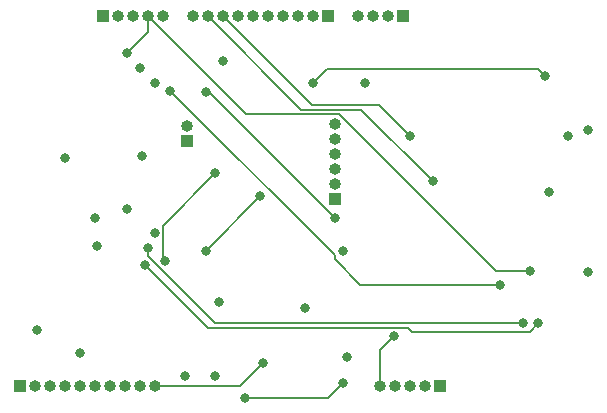
<source format=gbr>
G04 #@! TF.GenerationSoftware,KiCad,Pcbnew,(6.0.0)*
G04 #@! TF.CreationDate,2022-03-08T09:11:21+00:00*
G04 #@! TF.ProjectId,ISOpowerWiFi_PCB,49534f70-6f77-4657-9257-6946695f5043,rev?*
G04 #@! TF.SameCoordinates,Original*
G04 #@! TF.FileFunction,Copper,L3,Inr*
G04 #@! TF.FilePolarity,Positive*
%FSLAX46Y46*%
G04 Gerber Fmt 4.6, Leading zero omitted, Abs format (unit mm)*
G04 Created by KiCad (PCBNEW (6.0.0)) date 2022-03-08 09:11:21*
%MOMM*%
%LPD*%
G01*
G04 APERTURE LIST*
G04 #@! TA.AperFunction,ComponentPad*
%ADD10R,1.000000X1.000000*%
G04 #@! TD*
G04 #@! TA.AperFunction,ComponentPad*
%ADD11O,1.000000X1.000000*%
G04 #@! TD*
G04 #@! TA.AperFunction,ViaPad*
%ADD12C,0.800000*%
G04 #@! TD*
G04 #@! TA.AperFunction,Conductor*
%ADD13C,0.200000*%
G04 #@! TD*
G04 APERTURE END LIST*
D10*
G04 #@! TO.N,23*
G04 #@! TO.C,J2*
X160538000Y-108359043D03*
D11*
G04 #@! TO.N,19*
X159268000Y-108359043D03*
G04 #@! TO.N,18*
X157998000Y-108359043D03*
G04 #@! TO.N,5*
X156728000Y-108359043D03*
G04 #@! TO.N,4*
X155458000Y-108359043D03*
G04 #@! TD*
D10*
G04 #@! TO.N,/ESP32_Daughterboard/GND*
G04 #@! TO.C,J7*
X131943000Y-77011543D03*
D11*
G04 #@! TO.N,/ESP32_Daughterboard/3V3_BUS*
X133213000Y-77011543D03*
G04 #@! TO.N,/ESP32_Daughterboard/MCU_5V_BUS*
X134483000Y-77011543D03*
G04 #@! TO.N,SCL*
X135753000Y-77011543D03*
G04 #@! TO.N,SDA*
X137023000Y-77011543D03*
G04 #@! TD*
D10*
G04 #@! TO.N,Net-(J3-Pad1)*
G04 #@! TO.C,J3*
X157353000Y-77011543D03*
D11*
G04 #@! TO.N,Net-(J3-Pad2)*
X156083000Y-77011543D03*
G04 #@! TO.N,Net-(J3-Pad3)*
X154813000Y-77011543D03*
G04 #@! TO.N,Net-(J3-Pad4)*
X153543000Y-77011543D03*
G04 #@! TD*
D10*
G04 #@! TO.N,Net-(J5-Pad1)*
G04 #@! TO.C,J5*
X151003000Y-77011543D03*
D11*
G04 #@! TO.N,Net-(J5-Pad2)*
X149733000Y-77011543D03*
G04 #@! TO.N,Net-(J5-Pad3)*
X148463000Y-77011543D03*
G04 #@! TO.N,Net-(J5-Pad4)*
X147193000Y-77011543D03*
G04 #@! TO.N,Net-(J5-Pad5)*
X145923000Y-77011543D03*
G04 #@! TO.N,Net-(J5-Pad6)*
X144653000Y-77011543D03*
G04 #@! TO.N,Net-(J5-Pad7)*
X143383000Y-77011543D03*
G04 #@! TO.N,Net-(J5-Pad8)*
X142113000Y-77011543D03*
G04 #@! TO.N,Net-(J5-Pad9)*
X140843000Y-77011543D03*
G04 #@! TO.N,Net-(D9-Pad2)*
X139573000Y-77011543D03*
G04 #@! TD*
D10*
G04 #@! TO.N,/ESP32_Daughterboard/MCU_5V_BUS*
G04 #@! TO.C,J1*
X139065000Y-87630000D03*
D11*
G04 #@! TO.N,/ESP32_Daughterboard/USB_PBUS*
X139065000Y-86360000D03*
G04 #@! TD*
D10*
G04 #@! TO.N,Net-(J4-Pad1)*
G04 #@! TO.C,J4*
X151638000Y-92484043D03*
D11*
G04 #@! TO.N,Net-(J4-Pad2)*
X151638000Y-91214043D03*
G04 #@! TO.N,Net-(J4-Pad3)*
X151638000Y-89944043D03*
G04 #@! TO.N,Net-(J4-Pad4)*
X151638000Y-88674043D03*
G04 #@! TO.N,Net-(J4-Pad5)*
X151638000Y-87404043D03*
G04 #@! TO.N,Net-(J4-Pad6)*
X151638000Y-86134043D03*
G04 #@! TD*
D10*
G04 #@! TO.N,/ESP32_Daughterboard/GND*
G04 #@! TO.C,J19*
X124968000Y-108359043D03*
D11*
G04 #@! TO.N,/ESP32_Daughterboard/3V3_BUS*
X126238000Y-108359043D03*
G04 #@! TO.N,/ESP32_Daughterboard/MCU_5V_BUS*
X127508000Y-108359043D03*
G04 #@! TO.N,/ESP32_Daughterboard/USB_PBUS*
X128778000Y-108359043D03*
G04 #@! TO.N,unconnected-(J19-Pad5)*
X130048000Y-108359043D03*
G04 #@! TO.N,unconnected-(J19-Pad6)*
X131318000Y-108359043D03*
G04 #@! TO.N,unconnected-(J19-Pad7)*
X132588000Y-108359043D03*
G04 #@! TO.N,unconnected-(J19-Pad8)*
X133858000Y-108359043D03*
G04 #@! TO.N,/ESP32_Daughterboard/SSERIAL_TX*
X135128000Y-108359043D03*
G04 #@! TO.N,/ESP32_Daughterboard/SSERIAL_RX*
X136398000Y-108359043D03*
G04 #@! TD*
D12*
G04 #@! TO.N,/ESP32_Daughterboard/USB ESP32 CH340 Interface /ESP_EN*
X149733000Y-82726543D03*
X169418000Y-82091543D03*
G04 #@! TO.N,4*
X156586479Y-104145554D03*
G04 #@! TO.N,Net-(J5-Pad8)*
X157988000Y-87171543D03*
G04 #@! TO.N,Net-(J5-Pad9)*
X159893000Y-90981543D03*
G04 #@! TO.N,SCL*
X168148000Y-98601543D03*
X133962500Y-80166959D03*
G04 #@! TO.N,SDA*
X137650697Y-83344241D03*
X165608000Y-99787041D03*
G04 #@! TO.N,Net-(Q19-Pad2)*
X137177872Y-97757171D03*
X141478000Y-90346543D03*
G04 #@! TO.N,/ESP32_Daughterboard/GND*
X152638000Y-105856543D03*
X142113000Y-80821543D03*
X138937382Y-107491312D03*
X169688000Y-91886543D03*
X126365000Y-103635201D03*
X128785500Y-89069043D03*
X154178000Y-82726543D03*
X141793000Y-101224043D03*
X136398000Y-82726543D03*
X133956012Y-93378056D03*
X173058000Y-86657000D03*
X130048000Y-105586543D03*
X131318000Y-94156543D03*
X152244583Y-96953392D03*
X173058000Y-98722000D03*
G04 #@! TO.N,Net-(Q20-Pad2)*
X145288000Y-92251543D03*
X140651283Y-96888258D03*
G04 #@! TO.N,/ESP32_Daughterboard/MCU_5V_BUS*
X135128000Y-81456543D03*
X136333500Y-95426543D03*
X135255000Y-88900000D03*
G04 #@! TO.N,/ESP32_Daughterboard/3V3_BUS*
X149098000Y-101776543D03*
X141478000Y-107513543D03*
X171323000Y-87171543D03*
G04 #@! TO.N,/ESP32_Daughterboard/USB_PBUS*
X131445000Y-96520000D03*
G04 #@! TO.N,/ESP32_Daughterboard/SSERIAL_RX*
X145500477Y-106434020D03*
G04 #@! TO.N,Net-(D9-Pad2)*
X140717239Y-83487304D03*
X151638000Y-94156543D03*
G04 #@! TO.N,/ESP32_Daughterboard/Logic Level Conversion/1A*
X144018000Y-109396543D03*
X152273000Y-108126543D03*
G04 #@! TO.N,/ESP32_Daughterboard/USB ESP32 CH340 Interface /TxD_B*
X135763000Y-96696543D03*
X167513000Y-103046543D03*
G04 #@! TO.N,/ESP32_Daughterboard/USB ESP32 CH340 Interface /RxD_B*
X135553628Y-98111415D03*
X168783000Y-103046543D03*
G04 #@! TD*
D13*
G04 #@! TO.N,/ESP32_Daughterboard/USB ESP32 CH340 Interface /ESP_EN*
X168827521Y-81501064D02*
X150958479Y-81501064D01*
X169418000Y-82091543D02*
X168827521Y-81501064D01*
X150958479Y-81501064D02*
X149733000Y-82726543D01*
G04 #@! TO.N,4*
X155458000Y-108359043D02*
X155458000Y-105274033D01*
X155458000Y-105274033D02*
X156586479Y-104145554D01*
G04 #@! TO.N,Net-(J5-Pad8)*
X149636967Y-84535510D02*
X155351967Y-84535510D01*
X155351967Y-84535510D02*
X157988000Y-87171543D01*
X142113000Y-77011543D02*
X149636967Y-84535510D01*
G04 #@! TO.N,Net-(J5-Pad9)*
X148766478Y-84935021D02*
X153846478Y-84935021D01*
X153846478Y-84935021D02*
X159893000Y-90981543D01*
X140843000Y-77011543D02*
X148766478Y-84935021D01*
G04 #@! TO.N,SCL*
X144075989Y-85334532D02*
X151969169Y-85334532D01*
X135753000Y-77011543D02*
X135753000Y-78376459D01*
X165236180Y-98601543D02*
X168148000Y-98601543D01*
X151969169Y-85334532D02*
X165236180Y-98601543D01*
X135753000Y-78376459D02*
X133962500Y-80166959D01*
X135753000Y-77011543D02*
X144075989Y-85334532D01*
G04 #@! TO.N,SDA*
X153739253Y-99787041D02*
X151573499Y-97621287D01*
X165608000Y-99787041D02*
X153739253Y-99787041D01*
X151573499Y-97621287D02*
X151573499Y-97267042D01*
X151573499Y-97267042D02*
X137650697Y-83344241D01*
G04 #@! TO.N,Net-(Q19-Pad2)*
X137033000Y-94791543D02*
X137033000Y-97612299D01*
X141478000Y-90346543D02*
X137033000Y-94791543D01*
X137033000Y-97612299D02*
X137177872Y-97757171D01*
G04 #@! TO.N,Net-(Q20-Pad2)*
X145288000Y-92251543D02*
X140651283Y-96888258D01*
G04 #@! TO.N,/ESP32_Daughterboard/SSERIAL_RX*
X143575454Y-108359043D02*
X145500477Y-106434020D01*
X136398000Y-108359043D02*
X143575454Y-108359043D01*
G04 #@! TO.N,Net-(D9-Pad2)*
X140968761Y-83487304D02*
X140717239Y-83487304D01*
X151638000Y-94156543D02*
X140968761Y-83487304D01*
G04 #@! TO.N,/ESP32_Daughterboard/Logic Level Conversion/1A*
X151003000Y-109396543D02*
X152273000Y-108126543D01*
X144018000Y-109396543D02*
X151003000Y-109396543D01*
G04 #@! TO.N,/ESP32_Daughterboard/USB ESP32 CH340 Interface /TxD_B*
X135763000Y-97331543D02*
X141478000Y-103046543D01*
X167513000Y-103046543D02*
X141478000Y-103046543D01*
X135763000Y-97331543D02*
X135763000Y-96696543D01*
G04 #@! TO.N,/ESP32_Daughterboard/USB ESP32 CH340 Interface /RxD_B*
X168083499Y-103746044D02*
X158122508Y-103746044D01*
X168783000Y-103046543D02*
X168083499Y-103746044D01*
X158122508Y-103746044D02*
X157822518Y-103446054D01*
X157822518Y-103446054D02*
X140888267Y-103446054D01*
X140888267Y-103446054D02*
X135553628Y-98111415D01*
G04 #@! TD*
M02*

</source>
